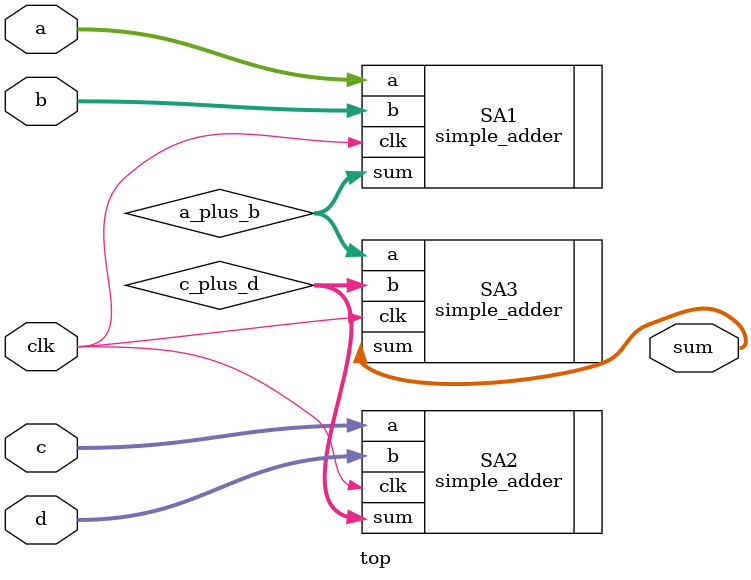
<source format=v>
`timescale 1ns/1ps

module top (
    input        clk,
    input  [3:0] a,
    input  [3:0] b,
    input  [3:0] c,
    input  [3:0] d,
    output [5:0] sum
);

    wire [4:0] a_plus_b;
    wire [4:0] c_plus_d;

    simple_adder #(.W(4)) SA1 (
        .clk(clk),
        .a(a),
        .b(b),
        .sum(a_plus_b)
    );

    simple_adder #(.W(4)) SA2 (
        .clk(clk),
        .a(c),
        .b(d),
        .sum(c_plus_d)
    );

    simple_adder #(.W(5)) SA3 (
        .clk(clk),
        .a(a_plus_b),
        .b(c_plus_d),
        .sum(sum)
    );

endmodule
</source>
